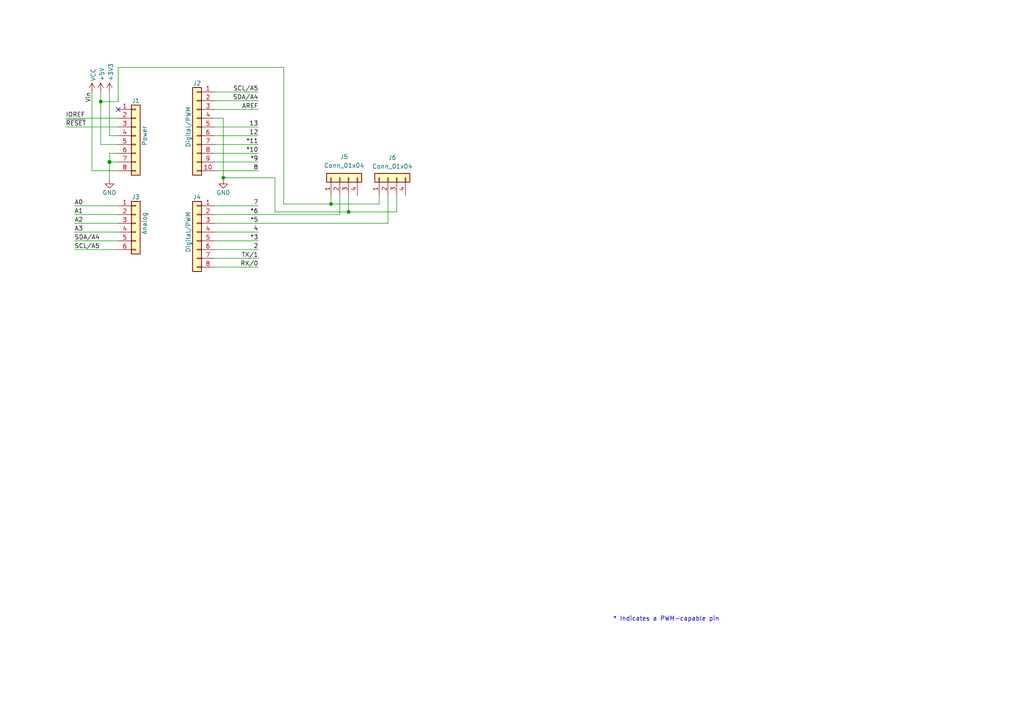
<source format=kicad_sch>
(kicad_sch (version 20230121) (generator eeschema)
  (paper "A4")
  (title_block (date "mar. 31 mars 2015"))
  (lib_symbols
    (symbol "Connector_Generic:Conn_01x04" (pin_names (offset 1.016) hide)
      (property "Reference" "J" (at 0 5.08 0))
      (property "Value" "Conn_01x04" (at 0 -7.62 0))
      (symbol "Conn_01x04_1_1"
        (rectangle (start -1.27 -4.953) (end 0 -5.207) (stroke (width 0.1524)))
        (rectangle (start -1.27 -2.413) (end 0 -2.667) (stroke (width 0.1524)))
        (rectangle (start -1.27 0.127) (end 0 -0.127) (stroke (width 0.1524)))
        (rectangle (start -1.27 2.667) (end 0 2.413) (stroke (width 0.1524)))
        (rectangle (start -1.27 3.81) (end 1.27 -6.35) (stroke (width 0.254)) (fill (type background)))
        (pin passive line (at -5.08 2.54 0) (length 3.81) (name "Pin_1") (number "1"))
        (pin passive line (at -5.08 0 0) (length 3.81) (name "Pin_2") (number "2"))
        (pin passive line (at -5.08 -2.54 0) (length 3.81) (name "Pin_3") (number "3"))
        (pin passive line (at -5.08 -5.08 0) (length 3.81) (name "Pin_4") (number "4"))
      )
    )
    (symbol "Connector_Generic:Conn_01x06" (pin_names (offset 1.016) hide)
      (property "Reference" "J" (at 0 7.62 0))
      (property "Value" "Conn_01x06" (at 0 -10.16 0))
      (symbol "Conn_01x06_1_1"
        (rectangle (start -1.27 -7.493) (end 0 -7.747) (stroke (width 0.1524)))
        (rectangle (start -1.27 -4.953) (end 0 -5.207) (stroke (width 0.1524)))
        (rectangle (start -1.27 -2.413) (end 0 -2.667) (stroke (width 0.1524)))
        (rectangle (start -1.27 0.127) (end 0 -0.127) (stroke (width 0.1524)))
        (rectangle (start -1.27 2.667) (end 0 2.413) (stroke (width 0.1524)))
        (rectangle (start -1.27 5.207) (end 0 4.953) (stroke (width 0.1524)))
        (rectangle (start -1.27 6.35) (end 1.27 -8.89) (stroke (width 0.254)) (fill (type background)))
        (pin passive line (at -5.08 5.08 0) (length 3.81) (name "Pin_1") (number "1"))
        (pin passive line (at -5.08 2.54 0) (length 3.81) (name "Pin_2") (number "2"))
        (pin passive line (at -5.08 0 0) (length 3.81) (name "Pin_3") (number "3"))
        (pin passive line (at -5.08 -2.54 0) (length 3.81) (name "Pin_4") (number "4"))
        (pin passive line (at -5.08 -5.08 0) (length 3.81) (name "Pin_5") (number "5"))
        (pin passive line (at -5.08 -7.62 0) (length 3.81) (name "Pin_6") (number "6"))
      )
    )
    (symbol "Connector_Generic:Conn_01x08" (pin_names (offset 1.016) hide)
      (property "Reference" "J" (at 0 10.16 0))
      (property "Value" "Conn_01x08" (at 0 -12.7 0))
      (symbol "Conn_01x08_1_1"
        (rectangle (start -1.27 -10.033) (end 0 -10.287) (stroke (width 0.1524)))
        (rectangle (start -1.27 -7.493) (end 0 -7.747) (stroke (width 0.1524)))
        (rectangle (start -1.27 -4.953) (end 0 -5.207) (stroke (width 0.1524)))
        (rectangle (start -1.27 -2.413) (end 0 -2.667) (stroke (width 0.1524)))
        (rectangle (start -1.27 0.127) (end 0 -0.127) (stroke (width 0.1524)))
        (rectangle (start -1.27 2.667) (end 0 2.413) (stroke (width 0.1524)))
        (rectangle (start -1.27 5.207) (end 0 4.953) (stroke (width 0.1524)))
        (rectangle (start -1.27 7.747) (end 0 7.493) (stroke (width 0.1524)))
        (rectangle (start -1.27 8.89) (end 1.27 -11.43) (stroke (width 0.254)) (fill (type background)))
        (pin passive line (at -5.08 7.62 0) (length 3.81) (name "Pin_1") (number "1"))
        (pin passive line (at -5.08 5.08 0) (length 3.81) (name "Pin_2") (number "2"))
        (pin passive line (at -5.08 2.54 0) (length 3.81) (name "Pin_3") (number "3"))
        (pin passive line (at -5.08 0 0) (length 3.81) (name "Pin_4") (number "4"))
        (pin passive line (at -5.08 -2.54 0) (length 3.81) (name "Pin_5") (number "5"))
        (pin passive line (at -5.08 -5.08 0) (length 3.81) (name "Pin_6") (number "6"))
        (pin passive line (at -5.08 -7.62 0) (length 3.81) (name "Pin_7") (number "7"))
        (pin passive line (at -5.08 -10.16 0) (length 3.81) (name "Pin_8") (number "8"))
      )
    )
    (symbol "Connector_Generic:Conn_01x10" (pin_names (offset 1.016) hide)
      (property "Reference" "J" (at 0 12.7 0))
      (property "Value" "Conn_01x10" (at 0 -15.24 0))
      (symbol "Conn_01x10_1_1"
        (rectangle (start -1.27 -12.573) (end 0 -12.827) (stroke (width 0.1524)))
        (rectangle (start -1.27 -10.033) (end 0 -10.287) (stroke (width 0.1524)))
        (rectangle (start -1.27 -7.493) (end 0 -7.747) (stroke (width 0.1524)))
        (rectangle (start -1.27 -4.953) (end 0 -5.207) (stroke (width 0.1524)))
        (rectangle (start -1.27 -2.413) (end 0 -2.667) (stroke (width 0.1524)))
        (rectangle (start -1.27 0.127) (end 0 -0.127) (stroke (width 0.1524)))
        (rectangle (start -1.27 2.667) (end 0 2.413) (stroke (width 0.1524)))
        (rectangle (start -1.27 5.207) (end 0 4.953) (stroke (width 0.1524)))
        (rectangle (start -1.27 7.747) (end 0 7.493) (stroke (width 0.1524)))
        (rectangle (start -1.27 10.287) (end 0 10.033) (stroke (width 0.1524)))
        (rectangle (start -1.27 11.43) (end 1.27 -13.97) (stroke (width 0.254)) (fill (type background)))
        (pin passive line (at -5.08 10.16 0) (length 3.81) (name "Pin_1") (number "1"))
        (pin passive line (at -5.08 -12.7 0) (length 3.81) (name "Pin_10") (number "10"))
        (pin passive line (at -5.08 7.62 0) (length 3.81) (name "Pin_2") (number "2"))
        (pin passive line (at -5.08 5.08 0) (length 3.81) (name "Pin_3") (number "3"))
        (pin passive line (at -5.08 2.54 0) (length 3.81) (name "Pin_4") (number "4"))
        (pin passive line (at -5.08 0 0) (length 3.81) (name "Pin_5") (number "5"))
        (pin passive line (at -5.08 -2.54 0) (length 3.81) (name "Pin_6") (number "6"))
        (pin passive line (at -5.08 -5.08 0) (length 3.81) (name "Pin_7") (number "7"))
        (pin passive line (at -5.08 -7.62 0) (length 3.81) (name "Pin_8") (number "8"))
        (pin passive line (at -5.08 -10.16 0) (length 3.81) (name "Pin_9") (number "9"))
      )
    )
    (symbol "power:+3V3" (power) (pin_names (offset 0))
      (property "Value" "+3V3" (at 0 3.556 0))
      (symbol "+3V3_0_1"
        (polyline (pts (xy -0.762 1.27) (xy 0 2.54)))
        (polyline (pts (xy 0 0) (xy 0 2.54)))
        (polyline (pts (xy 0 2.54) (xy 0.762 1.27)))
      )
      (symbol "+3V3_1_1"
        (pin power_in line (at 0 0 90) (length 0) hide (name "+3V3") (number "1"))
      )
    )
    (symbol "power:+5V" (power) (pin_names (offset 0))
      (property "Value" "+5V" (at 0 3.556 0))
      (symbol "+5V_0_1"
        (polyline (pts (xy -0.762 1.27) (xy 0 2.54)))
        (polyline (pts (xy 0 0) (xy 0 2.54)))
        (polyline (pts (xy 0 2.54) (xy 0.762 1.27)))
      )
      (symbol "+5V_1_1"
        (pin power_in line (at 0 0 90) (length 0) hide (name "+5V") (number "1"))
      )
    )
    (symbol "power:GND" (power) (pin_names (offset 0))
      (property "Value" "GND" (at 0 -3.81 0))
      (symbol "GND_0_1"
        (polyline (pts (xy 0 0) (xy 0 -1.27) (xy 1.27 -1.27) (xy 0 -2.54) (xy -1.27 -1.27) (xy 0 -1.27)))
      )
      (symbol "GND_1_1"
        (pin power_in line (at 0 0 270) (length 0) hide (name "GND") (number "1"))
      )
    )
    (symbol "power:VCC" (power) (pin_names (offset 0))
      (property "Value" "VCC" (at 0 3.81 0))
      (symbol "VCC_0_1"
        (polyline (pts (xy -0.762 1.27) (xy 0 2.54)))
        (polyline (pts (xy 0 0) (xy 0 2.54)))
        (polyline (pts (xy 0 2.54) (xy 0.762 1.27)))
      )
      (symbol "VCC_1_1"
        (pin power_in line (at 0 0 90) (length 0) hide (name "VCC") (number "1"))
      )
    )
  )
  (junction (at 31.75 46.99) (diameter 1.016))
  (junction (at 29.21 29.464))
  (junction (at 101.092 61.468))
  (junction (at 96.012 59.182))
  (junction (at 64.77 51.562))
  (no_connect (at 34.29 31.75))
  (wire (pts (xy 109.982 56.642) (xy 109.982 59.182)))
  (wire (pts (xy 62.23 77.47) (xy 74.93 77.47)))
  (wire (pts (xy 62.23 44.45) (xy 74.93 44.45)))
  (wire (pts (xy 62.23 26.67) (xy 74.93 26.67)))
  (wire (pts (xy 101.092 56.642) (xy 101.092 61.468)))
  (wire (pts (xy 31.75 44.45) (xy 31.75 46.99)))
  (wire (pts (xy 21.59 72.39) (xy 34.29 72.39)))
  (wire (pts (xy 98.552 56.642) (xy 98.552 62.23)))
  (wire (pts (xy 31.75 46.99) (xy 31.75 52.07)))
  (wire (pts (xy 31.75 39.37) (xy 34.29 39.37)))
  (wire (pts (xy 29.21 41.91) (xy 34.29 41.91)))
  (wire (pts (xy 82.296 19.558) (xy 34.29 19.558)))
  (wire (pts (xy 96.012 56.642) (xy 96.012 59.182)))
  (wire (pts (xy 29.21 26.67) (xy 29.21 29.464)))
  (wire (pts (xy 101.092 61.468) (xy 115.062 61.468)))
  (wire (pts (xy 101.092 61.468) (xy 79.756 61.468)))
  (wire (pts (xy 62.23 36.83) (xy 74.93 36.83)))
  (wire (pts (xy 31.75 26.67) (xy 31.75 39.37)))
  (wire (pts (xy 62.23 59.69) (xy 74.93 59.69)))
  (wire (pts (xy 34.29 59.69) (xy 21.59 59.69)))
  (wire (pts (xy 62.23 39.37) (xy 74.93 39.37)))
  (wire (pts (xy 64.77 51.562) (xy 64.77 52.07)))
  (wire (pts (xy 62.23 62.23) (xy 98.552 62.23)))
  (wire (pts (xy 62.23 46.99) (xy 74.93 46.99)))
  (wire (pts (xy 34.29 29.464) (xy 29.21 29.464)))
  (wire (pts (xy 115.062 61.468) (xy 115.062 56.642)))
  (wire (pts (xy 62.23 67.31) (xy 74.93 67.31)))
  (wire (pts (xy 64.77 51.562) (xy 79.756 51.562)))
  (wire (pts (xy 19.05 34.29) (xy 34.29 34.29)))
  (wire (pts (xy 29.21 29.464) (xy 29.21 41.91)))
  (wire (pts (xy 109.982 59.182) (xy 96.012 59.182)))
  (wire (pts (xy 64.77 34.29) (xy 64.77 51.562)))
  (wire (pts (xy 62.23 31.75) (xy 74.93 31.75)))
  (wire (pts (xy 34.29 64.77) (xy 21.59 64.77)))
  (wire (pts (xy 19.05 36.83) (xy 34.29 36.83)))
  (wire (pts (xy 34.29 46.99) (xy 31.75 46.99)))
  (wire (pts (xy 112.522 56.642) (xy 112.522 64.77)))
  (wire (pts (xy 34.29 49.53) (xy 26.67 49.53)))
  (wire (pts (xy 21.59 62.23) (xy 34.29 62.23)))
  (wire (pts (xy 62.23 34.29) (xy 64.77 34.29)))
  (wire (pts (xy 34.29 44.45) (xy 31.75 44.45)))
  (wire (pts (xy 82.296 59.182) (xy 82.296 19.558)))
  (wire (pts (xy 62.23 41.91) (xy 74.93 41.91)))
  (wire (pts (xy 34.29 19.558) (xy 34.29 29.464)))
  (wire (pts (xy 96.012 59.182) (xy 82.296 59.182)))
  (wire (pts (xy 62.23 64.77) (xy 112.522 64.77)))
  (wire (pts (xy 21.59 67.31) (xy 34.29 67.31)))
  (wire (pts (xy 79.756 61.468) (xy 79.756 51.562)))
  (wire (pts (xy 62.23 29.21) (xy 74.93 29.21)))
  (wire (pts (xy 62.23 72.39) (xy 74.93 72.39)))
  (wire (pts (xy 62.23 69.85) (xy 74.93 69.85)))
  (wire (pts (xy 62.23 74.93) (xy 74.93 74.93)))
  (wire (pts (xy 26.67 49.53) (xy 26.67 26.67)))
  (wire (pts (xy 34.29 69.85) (xy 21.59 69.85)))
  (wire (pts (xy 62.23 49.53) (xy 74.93 49.53)))
  (text "* Indicates a PWM-capable pin" (at 177.8 180.34 0) (effects (font (size 1.27 1.27)) (justify left bottom)))
  (label "RX{slash}0" (at 74.93 77.47 180))
  (label "A2" (at 21.59 64.77 0))
  (label "4" (at 74.93 67.31 180))
  (label "2" (at 74.93 72.39 180))
  (label "A3" (at 21.59 67.31 0))
  (label "13" (at 74.93 36.83 180))
  (label "12" (at 74.93 39.37 180))
  (label "~{RESET}" (at 19.05 36.83 0))
  (label "*10" (at 74.93 44.45 180))
  (label "7" (at 74.93 59.69 180))
  (label "SDA{slash}A4" (at 74.93 29.21 180))
  (label "8" (at 74.93 49.53 180))
  (label "*11" (at 74.93 41.91 180))
  (label "*3" (at 74.93 69.85 180))
  (label "A1" (at 21.59 62.23 0))
  (label "TX{slash}1" (at 74.93 74.93 180))
  (label "A0" (at 21.59 59.69 0))
  (label "AREF" (at 74.93 31.75 180))
  (label "Vin" (at 26.67 26.67 270))
  (label "*6" (at 74.93 62.23 180))
  (label "SCL{slash}A5" (at 74.93 26.67 180))
  (label "*9" (at 74.93 46.99 180))
  (label "*5" (at 74.93 64.77 180))
  (label "IOREF" (at 19.05 34.29 0))
  (label "SDA{slash}A4" (at 21.59 69.85 0))
  (label "SCL{slash}A5" (at 21.59 72.39 0))
  (symbol (lib_id "Connector_Generic:Conn_01x08") (at 39.37 39.37 0) (unit 1)
    (property "Reference" "J1" (at 39.37 29.21 0))
    (property "Value" "Power" (at 41.91 39.37 90))
    (property "Footprint" "Connector_PinSocket_2.54mm:PinSocket_1x08_P2.54mm_Vertical" (effects hide))
  )
  (symbol (lib_id "power:+3V3") (at 31.75 26.67 0) (unit 1)
    (property "Reference" "#PWR03" (effects hide))
    (property "Value" "+3.3V" (at 32.131 23.622 90) (effects (justify left)))
  )
  (symbol (lib_id "power:+5V") (at 29.21 26.67 0) (unit 1)
    (property "Reference" "#PWR02" (effects hide))
    (property "Value" "+5V" (at 29.5656 23.622 90) (effects (justify left)))
  )
  (symbol (lib_id "power:GND") (at 31.75 52.07 0) (unit 1)
    (property "Reference" "#PWR04" (effects hide))
    (property "Value" "GND" (at 31.75 55.88 0))
  )
  (symbol (lib_id "Connector_Generic:Conn_01x10") (at 57.15 36.83 0) (mirror y) (unit 1)
    (property "Reference" "J2" (at 57.15 24.13 0))
    (property "Value" "Digital/PWM" (at 54.61 36.83 90))
    (property "Footprint" "Connector_PinSocket_2.54mm:PinSocket_1x10_P2.54mm_Vertical" (effects hide))
  )
  (symbol (lib_id "power:GND") (at 64.77 52.07 0) (unit 1)
    (property "Reference" "#PWR05" (effects hide))
    (property "Value" "GND" (at 64.77 55.88 0))
  )
  (symbol (lib_id "Connector_Generic:Conn_01x06") (at 39.37 64.77 0) (unit 1)
    (property "Reference" "J3" (at 39.37 57.15 0))
    (property "Value" "Analog" (at 41.91 64.77 90))
    (property "Footprint" "Connector_PinSocket_2.54mm:PinSocket_1x06_P2.54mm_Vertical" (effects hide))
  )
  (symbol (lib_id "Connector_Generic:Conn_01x08") (at 57.15 67.31 0) (mirror y) (unit 1)
    (property "Reference" "J4" (at 57.15 57.15 0))
    (property "Value" "Digital/PWM" (at 54.61 67.31 90))
    (property "Footprint" "Connector_PinSocket_2.54mm:PinSocket_1x08_P2.54mm_Vertical" (effects hide))
  )
  (symbol (lib_id "Connector_Generic:Conn_01x04") (at 98.552 51.562 90) (unit 1)
    (property "Reference" "J5" (at 99.822 45.466 90))
    (property "Value" "Conn_01x04" (at 99.822 48.006 90))
    (property "Footprint" "Connector_JST:JST_XH_S4B-XH-A-1_1x04_P2.50mm_Horizontal" (effects hide))
  )
  (symbol (lib_id "Connector_Generic:Conn_01x04") (at 112.522 51.562 90) (unit 1)
    (property "Reference" "J6" (at 113.792 45.72 90))
    (property "Value" "Conn_01x04" (at 113.792 48.26 90))
    (property "Footprint" "Connector_JST:JST_XH_S4B-XH-A-1_1x04_P2.50mm_Horizontal" (effects hide))
  )
  (symbol (lib_id "power:VCC") (at 26.67 26.67 0) (unit 1)
    (property "Reference" "#PWR01" (effects hide))
    (property "Value" "VCC" (at 27.051 23.622 90) (effects (justify left)))
  )
)
</source>
